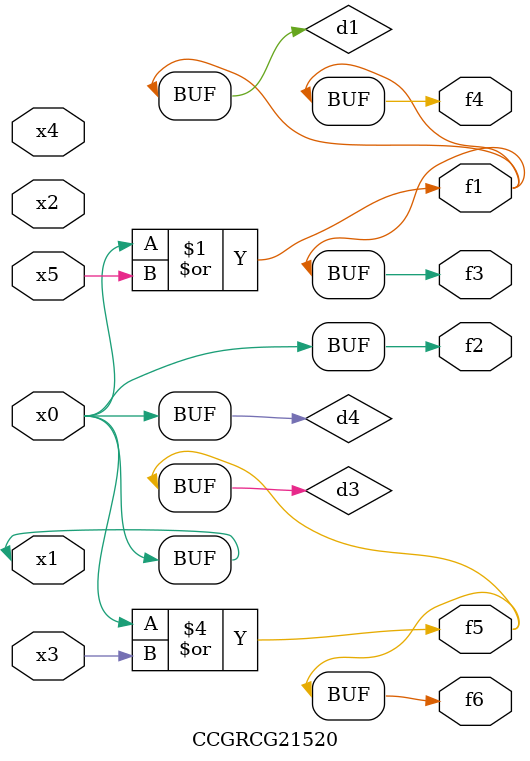
<source format=v>
module CCGRCG21520(
	input x0, x1, x2, x3, x4, x5,
	output f1, f2, f3, f4, f5, f6
);

	wire d1, d2, d3, d4;

	or (d1, x0, x5);
	xnor (d2, x1, x4);
	or (d3, x0, x3);
	buf (d4, x0, x1);
	assign f1 = d1;
	assign f2 = d4;
	assign f3 = d1;
	assign f4 = d1;
	assign f5 = d3;
	assign f6 = d3;
endmodule

</source>
